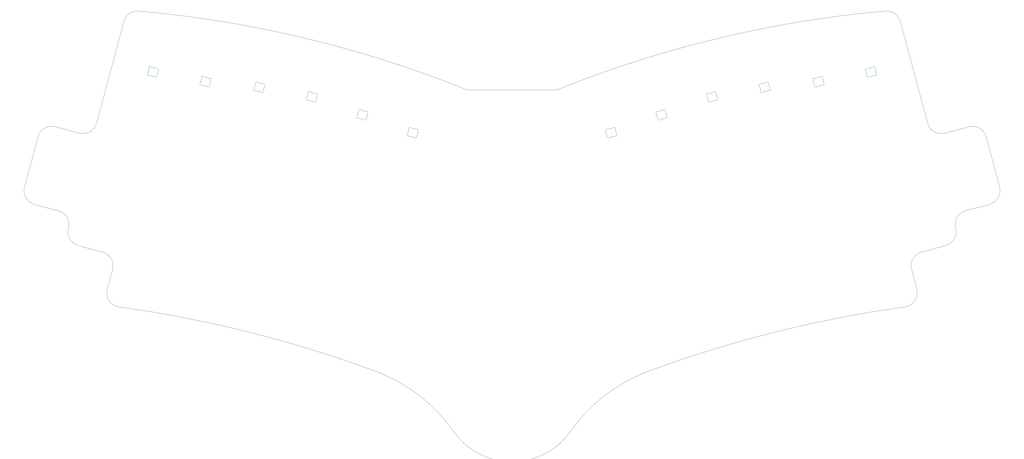
<source format=gm1>
G04 #@! TF.GenerationSoftware,KiCad,Pcbnew,8.0.2*
G04 #@! TF.CreationDate,2024-05-23T23:16:29+01:00*
G04 #@! TF.ProjectId,Phoenixia3,50686f65-6e69-4786-9961-332e6b696361,1*
G04 #@! TF.SameCoordinates,Original*
G04 #@! TF.FileFunction,Profile,NP*
%FSLAX46Y46*%
G04 Gerber Fmt 4.6, Leading zero omitted, Abs format (unit mm)*
G04 Created by KiCad (PCBNEW 8.0.2) date 2024-05-23 23:16:29*
%MOMM*%
%LPD*%
G01*
G04 APERTURE LIST*
G04 #@! TA.AperFunction,Profile*
%ADD10C,0.100000*%
G04 #@! TD*
G04 APERTURE END LIST*
D10*
X50539605Y-137391159D02*
G75*
G02*
X44317898Y-140983257I-4906865J1314739D01*
G01*
X44068443Y-181161741D02*
G75*
G02*
X40476333Y-174940041I1314857J4906941D01*
G01*
X369484334Y-166432110D02*
X361006090Y-168706031D01*
X28405996Y-166444412D02*
G75*
G02*
X24813937Y-160222712I1314704J4906812D01*
G01*
X150549106Y-226212153D02*
G75*
G02*
X178421468Y-248126007I-21253306J-55714647D01*
G01*
X58356770Y-203080284D02*
G75*
G02*
X150549106Y-226212153I-59770919J-433500457D01*
G01*
X332309434Y-97337586D02*
G75*
G02*
X337635709Y-101113679I386066J-5099914D01*
G01*
X353821887Y-181149439D02*
X345234810Y-183450345D01*
X357413988Y-174927741D02*
G75*
G02*
X361006091Y-168706033I4907012J1314741D01*
G01*
X65580896Y-97349888D02*
G75*
G02*
X182866778Y-125513219I-36115396J-408701712D01*
G01*
X341642698Y-189672043D02*
G75*
G02*
X345234808Y-183450338I4907002J1314743D01*
G01*
X36884240Y-168718333D02*
G75*
G02*
X40476321Y-174940037I-1314940J-4906967D01*
G01*
X215016777Y-125503219D02*
X182866778Y-125513219D01*
X343549165Y-196787057D02*
G75*
G02*
X339533570Y-203068041I-4876365J-1306543D01*
G01*
X52655520Y-183462647D02*
X44068443Y-181161741D01*
X373076430Y-160210400D02*
G75*
G02*
X369484350Y-166432170I-4906830J-1314900D01*
G01*
X247341224Y-226199851D02*
G75*
G02*
X339533559Y-203067976I151963276J-410368549D01*
G01*
X341642698Y-189672043D02*
X343549165Y-196787057D01*
X54341165Y-196799359D02*
X56247632Y-189684345D01*
X24813900Y-160222702D02*
X29616862Y-142305519D01*
X58356770Y-203080284D02*
G75*
G02*
X54341198Y-196799368I860730J4974384D01*
G01*
X50539605Y-137391159D02*
X60254627Y-101125983D01*
X52655520Y-183462647D02*
G75*
G02*
X56247602Y-189684337I-1314920J-4906953D01*
G01*
X357413988Y-174927741D02*
G75*
G02*
X353821891Y-181149453I-4906988J-1314759D01*
G01*
X337635703Y-101113681D02*
X347350725Y-137378857D01*
X362051769Y-138701116D02*
X353572432Y-140970954D01*
X36884240Y-168718333D02*
X28405996Y-166444412D01*
X44317898Y-140983256D02*
X35838561Y-138713418D01*
X219462076Y-248116002D02*
G75*
G02*
X247341228Y-226199862I49141024J-33821098D01*
G01*
X60254627Y-101125983D02*
G75*
G02*
X65580895Y-97349895I4940173J-1323777D01*
G01*
X353572432Y-140970954D02*
G75*
G02*
X347350726Y-137378857I-1314832J4906854D01*
G01*
X362051769Y-138701116D02*
G75*
G02*
X368273495Y-142293210I1314831J-4906884D01*
G01*
X29616862Y-142305519D02*
G75*
G02*
X35838562Y-138713413I4906888J-1314771D01*
G01*
X368273468Y-142293217D02*
X373076430Y-160210400D01*
X219462076Y-248116002D02*
G75*
G02*
X178421484Y-248125996I-20523976J15107872D01*
G01*
X215016777Y-125503219D02*
G75*
G02*
X332309435Y-97337592I153408823J-380545181D01*
G01*
X68859550Y-119344932D02*
X69223367Y-117987147D01*
X70304378Y-117451524D02*
X71839142Y-117862763D01*
X71062685Y-120760539D02*
X69527920Y-120349301D01*
X72507513Y-118867131D02*
X72143695Y-120224918D01*
X68859549Y-119344934D02*
G75*
G02*
X68755618Y-119541613I-482988J129424D01*
G01*
X69231700Y-117764852D02*
G75*
G02*
X70078391Y-117320264I491295J92888D01*
G01*
X69231701Y-117764851D02*
G75*
G02*
X69223368Y-117987147I-491286J-92887D01*
G01*
X69266581Y-120349983D02*
G75*
G02*
X68755619Y-119541614I-131931J482279D01*
G01*
X69266581Y-120349983D02*
G75*
G02*
X69527920Y-120349301I131929J-482331D01*
G01*
X70304378Y-117451524D02*
G75*
G02*
X70078392Y-117320263I129418J482977D01*
G01*
X71062685Y-120760542D02*
G75*
G02*
X71288671Y-120891802I-129451J-483036D01*
G01*
X72100481Y-117862080D02*
G75*
G02*
X71839142Y-117862763I-131930J482317D01*
G01*
X72100482Y-117862081D02*
G75*
G02*
X72611444Y-118670451I131932J-482279D01*
G01*
X72135362Y-120447213D02*
G75*
G02*
X71288671Y-120891802I-491295J-92889D01*
G01*
X72135362Y-120447213D02*
G75*
G02*
X72143695Y-120224918I490957J92899D01*
G01*
X72507512Y-118867130D02*
G75*
G02*
X72611444Y-118670451I482903J-129381D01*
G01*
X325689983Y-120240088D02*
X325326163Y-118882302D01*
X325994533Y-117877936D02*
X327529297Y-117466696D01*
X328305751Y-120364472D02*
X326770989Y-120775713D01*
X328610306Y-118002318D02*
X328974129Y-119360104D01*
X325222232Y-118685620D02*
G75*
G02*
X325326164Y-118882302I-379064J-326108D01*
G01*
X325222233Y-118685623D02*
G75*
G02*
X325733193Y-117877249I379033J326091D01*
G01*
X325689983Y-120240088D02*
G75*
G02*
X325698313Y-120462383I-482890J-129399D01*
G01*
X325994533Y-117877936D02*
G75*
G02*
X325733193Y-117877249I-129402J482915D01*
G01*
X326545004Y-120906973D02*
G75*
G02*
X325698314Y-120462383I-355395J351701D01*
G01*
X326545004Y-120906973D02*
G75*
G02*
X326770989Y-120775714I355390J-351698D01*
G01*
X327755282Y-117335435D02*
G75*
G02*
X328601974Y-117780022I355399J-351695D01*
G01*
X327755283Y-117335434D02*
G75*
G02*
X327529297Y-117466696I-355409J351721D01*
G01*
X328305755Y-120364470D02*
G75*
G02*
X328567097Y-120365154I129408J-482927D01*
G01*
X328610306Y-118002318D02*
G75*
G02*
X328601975Y-117780022I482869J129401D01*
G01*
X329078056Y-119556786D02*
G75*
G02*
X328567097Y-120365154I-379027J-326091D01*
G01*
X329078056Y-119556786D02*
G75*
G02*
X328974129Y-119360104I378597J325850D01*
G01*
X232905388Y-141956483D02*
X232541568Y-140598697D01*
X233209938Y-139594331D02*
X234744702Y-139183091D01*
X235521156Y-142080867D02*
X233986394Y-142492108D01*
X235825711Y-139718713D02*
X236189534Y-141076499D01*
X232437637Y-140402015D02*
G75*
G02*
X232541569Y-140598697I-379064J-326108D01*
G01*
X232437638Y-140402018D02*
G75*
G02*
X232948598Y-139593644I379033J326091D01*
G01*
X232905388Y-141956483D02*
G75*
G02*
X232913718Y-142178778I-482890J-129399D01*
G01*
X233209938Y-139594331D02*
G75*
G02*
X232948598Y-139593644I-129402J482915D01*
G01*
X233760409Y-142623368D02*
G75*
G02*
X232913719Y-142178778I-355395J351701D01*
G01*
X233760409Y-142623368D02*
G75*
G02*
X233986394Y-142492109I355390J-351698D01*
G01*
X234970687Y-139051830D02*
G75*
G02*
X235817379Y-139496417I355399J-351695D01*
G01*
X234970688Y-139051829D02*
G75*
G02*
X234744702Y-139183091I-355409J351721D01*
G01*
X235521160Y-142080865D02*
G75*
G02*
X235782502Y-142081549I129408J-482927D01*
G01*
X235825711Y-139718713D02*
G75*
G02*
X235817380Y-139496417I482869J129401D01*
G01*
X236293461Y-141273181D02*
G75*
G02*
X235782502Y-142081549I-379027J-326091D01*
G01*
X236293461Y-141273181D02*
G75*
G02*
X236189534Y-141076499I378597J325850D01*
G01*
X306897687Y-123734363D02*
X306533867Y-122376577D01*
X307202237Y-121372211D02*
X308737001Y-120960971D01*
X309513455Y-123858747D02*
X307978693Y-124269988D01*
X309818010Y-121496593D02*
X310181833Y-122854379D01*
X306429936Y-122179895D02*
G75*
G02*
X306533868Y-122376577I-379064J-326108D01*
G01*
X306429937Y-122179898D02*
G75*
G02*
X306940897Y-121371524I379033J326091D01*
G01*
X306897687Y-123734363D02*
G75*
G02*
X306906017Y-123956658I-482890J-129399D01*
G01*
X307202237Y-121372211D02*
G75*
G02*
X306940897Y-121371524I-129402J482915D01*
G01*
X307752708Y-124401248D02*
G75*
G02*
X306906018Y-123956658I-355395J351701D01*
G01*
X307752708Y-124401248D02*
G75*
G02*
X307978693Y-124269989I355390J-351698D01*
G01*
X308962986Y-120829710D02*
G75*
G02*
X309809678Y-121274297I355399J-351695D01*
G01*
X308962987Y-120829709D02*
G75*
G02*
X308737001Y-120960971I-355409J351721D01*
G01*
X309513459Y-123858745D02*
G75*
G02*
X309774801Y-123859429I129408J-482927D01*
G01*
X309818010Y-121496593D02*
G75*
G02*
X309809679Y-121274297I482869J129401D01*
G01*
X310285760Y-123051061D02*
G75*
G02*
X309774801Y-123859429I-379027J-326091D01*
G01*
X310285760Y-123051061D02*
G75*
G02*
X310181833Y-122854379I378597J325850D01*
G01*
X143649961Y-134662044D02*
X144013778Y-133304256D01*
X145094788Y-132768635D02*
X146629553Y-133179872D01*
X145853092Y-136077647D02*
X144318329Y-135666411D01*
X147297922Y-134184239D02*
X146934108Y-135542027D01*
X143649961Y-134662044D02*
G75*
G02*
X143546029Y-134858722I-482980J129426D01*
G01*
X144022111Y-133081962D02*
G75*
G02*
X144868803Y-132637370I491298J92887D01*
G01*
X144022112Y-133081960D02*
G75*
G02*
X144013778Y-133304256I-491286J-92886D01*
G01*
X144056990Y-135667093D02*
G75*
G02*
X143546028Y-134858721I-131932J482280D01*
G01*
X144056990Y-135667093D02*
G75*
G02*
X144318329Y-135666412I131928J-482302D01*
G01*
X145094788Y-132768635D02*
G75*
G02*
X144868803Y-132637370I129391J482918D01*
G01*
X145853095Y-136077649D02*
G75*
G02*
X146079083Y-136208911I-129388J-482930D01*
G01*
X146890890Y-133179190D02*
G75*
G02*
X147401854Y-133987560I131934J-482279D01*
G01*
X146890891Y-133179189D02*
G75*
G02*
X146629553Y-133179872I-131930J482317D01*
G01*
X146925771Y-135764323D02*
G75*
G02*
X146079083Y-136208911I-491293J-92889D01*
G01*
X146925771Y-135764323D02*
G75*
G02*
X146934109Y-135542027I490800J92896D01*
G01*
X147297922Y-134184239D02*
G75*
G02*
X147401854Y-133987560I482860J-129359D01*
G01*
X106838765Y-124811662D02*
X107202582Y-123453874D01*
X108283592Y-122918253D02*
X109818357Y-123329490D01*
X109041896Y-126227265D02*
X107507133Y-125816029D01*
X110486726Y-124333857D02*
X110122912Y-125691645D01*
X106838765Y-124811662D02*
G75*
G02*
X106734833Y-125008340I-482980J129426D01*
G01*
X107210915Y-123231580D02*
G75*
G02*
X108057607Y-122786988I491298J92887D01*
G01*
X107210916Y-123231578D02*
G75*
G02*
X107202582Y-123453874I-491286J-92886D01*
G01*
X107245794Y-125816711D02*
G75*
G02*
X106734832Y-125008339I-131932J482280D01*
G01*
X107245794Y-125816711D02*
G75*
G02*
X107507133Y-125816030I131928J-482302D01*
G01*
X108283592Y-122918253D02*
G75*
G02*
X108057607Y-122786988I129391J482918D01*
G01*
X109041899Y-126227267D02*
G75*
G02*
X109267887Y-126358529I-129388J-482930D01*
G01*
X110079694Y-123328808D02*
G75*
G02*
X110590658Y-124137178I131934J-482279D01*
G01*
X110079695Y-123328807D02*
G75*
G02*
X109818357Y-123329490I-131930J482317D01*
G01*
X110114575Y-125913941D02*
G75*
G02*
X109267887Y-126358529I-491293J-92889D01*
G01*
X110114575Y-125913941D02*
G75*
G02*
X110122913Y-125691645I490800J92896D01*
G01*
X110486726Y-124333857D02*
G75*
G02*
X110590658Y-124137178I482860J-129359D01*
G01*
X250911835Y-135553904D02*
X250548015Y-134196118D01*
X251216385Y-133191752D02*
X252751149Y-132780512D01*
X253527603Y-135678288D02*
X251992841Y-136089529D01*
X253832158Y-133316134D02*
X254195981Y-134673920D01*
X250444084Y-133999436D02*
G75*
G02*
X250548016Y-134196118I-379064J-326108D01*
G01*
X250444085Y-133999439D02*
G75*
G02*
X250955045Y-133191065I379033J326091D01*
G01*
X250911835Y-135553904D02*
G75*
G02*
X250920165Y-135776199I-482890J-129399D01*
G01*
X251216385Y-133191752D02*
G75*
G02*
X250955045Y-133191065I-129402J482915D01*
G01*
X251766856Y-136220789D02*
G75*
G02*
X250920166Y-135776199I-355395J351701D01*
G01*
X251766856Y-136220789D02*
G75*
G02*
X251992841Y-136089530I355390J-351698D01*
G01*
X252977134Y-132649251D02*
G75*
G02*
X253823826Y-133093838I355399J-351695D01*
G01*
X252977135Y-132649250D02*
G75*
G02*
X252751149Y-132780512I-355409J351721D01*
G01*
X253527607Y-135678286D02*
G75*
G02*
X253788949Y-135678970I129408J-482927D01*
G01*
X253832158Y-133316134D02*
G75*
G02*
X253823827Y-133093838I482869J129401D01*
G01*
X254299908Y-134870602D02*
G75*
G02*
X253788949Y-135678970I-379027J-326091D01*
G01*
X254299908Y-134870602D02*
G75*
G02*
X254195981Y-134673920I378597J325850D01*
G01*
X287713614Y-125692902D02*
X287349794Y-124335116D01*
X288018164Y-123330750D02*
X289552928Y-122919510D01*
X290329382Y-125817286D02*
X288794620Y-126228527D01*
X290633937Y-123455132D02*
X290997760Y-124812918D01*
X287245863Y-124138434D02*
G75*
G02*
X287349795Y-124335116I-379064J-326108D01*
G01*
X287245864Y-124138437D02*
G75*
G02*
X287756824Y-123330063I379033J326091D01*
G01*
X287713614Y-125692902D02*
G75*
G02*
X287721944Y-125915197I-482890J-129399D01*
G01*
X288018164Y-123330750D02*
G75*
G02*
X287756824Y-123330063I-129402J482915D01*
G01*
X288568635Y-126359787D02*
G75*
G02*
X287721945Y-125915197I-355395J351701D01*
G01*
X288568635Y-126359787D02*
G75*
G02*
X288794620Y-126228528I355390J-351698D01*
G01*
X289778913Y-122788249D02*
G75*
G02*
X290625605Y-123232836I355399J-351695D01*
G01*
X289778914Y-122788248D02*
G75*
G02*
X289552928Y-122919510I-355409J351721D01*
G01*
X290329386Y-125817284D02*
G75*
G02*
X290590728Y-125817968I129408J-482927D01*
G01*
X290633937Y-123455132D02*
G75*
G02*
X290625606Y-123232836I482869J129401D01*
G01*
X291101687Y-125009600D02*
G75*
G02*
X290590728Y-125817968I-379027J-326091D01*
G01*
X291101687Y-125009600D02*
G75*
G02*
X290997760Y-124812918I378597J325850D01*
G01*
X161656410Y-141064613D02*
X162020227Y-139706825D01*
X163101237Y-139171204D02*
X164636002Y-139582441D01*
X163859541Y-142480216D02*
X162324778Y-142068980D01*
X165304371Y-140586808D02*
X164940557Y-141944596D01*
X161656410Y-141064613D02*
G75*
G02*
X161552478Y-141261291I-482980J129426D01*
G01*
X162028560Y-139484531D02*
G75*
G02*
X162875252Y-139039939I491298J92887D01*
G01*
X162028561Y-139484529D02*
G75*
G02*
X162020227Y-139706825I-491286J-92886D01*
G01*
X162063439Y-142069662D02*
G75*
G02*
X161552477Y-141261290I-131932J482280D01*
G01*
X162063439Y-142069662D02*
G75*
G02*
X162324778Y-142068981I131928J-482302D01*
G01*
X163101237Y-139171204D02*
G75*
G02*
X162875252Y-139039939I129391J482918D01*
G01*
X163859544Y-142480218D02*
G75*
G02*
X164085532Y-142611480I-129388J-482930D01*
G01*
X164897339Y-139581759D02*
G75*
G02*
X165408303Y-140390129I131934J-482279D01*
G01*
X164897340Y-139581758D02*
G75*
G02*
X164636002Y-139582441I-131930J482317D01*
G01*
X164932220Y-142166892D02*
G75*
G02*
X164085532Y-142611480I-491293J-92889D01*
G01*
X164932220Y-142166892D02*
G75*
G02*
X164940558Y-141944596I490800J92896D01*
G01*
X165304371Y-140586808D02*
G75*
G02*
X165408303Y-140390129I482860J-129359D01*
G01*
X87649001Y-122825300D02*
X88012818Y-121467512D01*
X89093828Y-120931891D02*
X90628593Y-121343128D01*
X89852132Y-124240903D02*
X88317369Y-123829667D01*
X91296962Y-122347495D02*
X90933148Y-123705283D01*
X87649001Y-122825300D02*
G75*
G02*
X87545069Y-123021978I-482980J129426D01*
G01*
X88021151Y-121245218D02*
G75*
G02*
X88867843Y-120800626I491298J92887D01*
G01*
X88021152Y-121245216D02*
G75*
G02*
X88012818Y-121467512I-491286J-92886D01*
G01*
X88056030Y-123830349D02*
G75*
G02*
X87545068Y-123021977I-131932J482280D01*
G01*
X88056030Y-123830349D02*
G75*
G02*
X88317369Y-123829668I131928J-482302D01*
G01*
X89093828Y-120931891D02*
G75*
G02*
X88867843Y-120800626I129391J482918D01*
G01*
X89852135Y-124240905D02*
G75*
G02*
X90078123Y-124372167I-129388J-482930D01*
G01*
X90889930Y-121342446D02*
G75*
G02*
X91400894Y-122150816I131934J-482279D01*
G01*
X90889931Y-121342445D02*
G75*
G02*
X90628593Y-121343128I-131930J482317D01*
G01*
X90924811Y-123927579D02*
G75*
G02*
X90078123Y-124372167I-491293J-92889D01*
G01*
X90924811Y-123927579D02*
G75*
G02*
X90933149Y-123705283I490800J92896D01*
G01*
X91296962Y-122347495D02*
G75*
G02*
X91400894Y-122150816I482860J-129359D01*
G01*
X268915432Y-129165243D02*
X268551612Y-127807457D01*
X269219982Y-126803091D02*
X270754746Y-126391851D01*
X271531200Y-129289627D02*
X269996438Y-129700868D01*
X271835755Y-126927473D02*
X272199578Y-128285259D01*
X268447681Y-127610775D02*
G75*
G02*
X268551613Y-127807457I-379064J-326108D01*
G01*
X268447682Y-127610778D02*
G75*
G02*
X268958642Y-126802404I379033J326091D01*
G01*
X268915432Y-129165243D02*
G75*
G02*
X268923762Y-129387538I-482890J-129399D01*
G01*
X269219982Y-126803091D02*
G75*
G02*
X268958642Y-126802404I-129402J482915D01*
G01*
X269770453Y-129832128D02*
G75*
G02*
X268923763Y-129387538I-355395J351701D01*
G01*
X269770453Y-129832128D02*
G75*
G02*
X269996438Y-129700869I355390J-351698D01*
G01*
X270980731Y-126260590D02*
G75*
G02*
X271827423Y-126705177I355399J-351695D01*
G01*
X270980732Y-126260589D02*
G75*
G02*
X270754746Y-126391851I-355409J351721D01*
G01*
X271531204Y-129289625D02*
G75*
G02*
X271792546Y-129290309I129408J-482927D01*
G01*
X271835755Y-126927473D02*
G75*
G02*
X271827424Y-126705177I482869J129401D01*
G01*
X272303505Y-128481941D02*
G75*
G02*
X271792546Y-129290309I-379027J-326091D01*
G01*
X272303505Y-128481941D02*
G75*
G02*
X272199578Y-128285259I378597J325850D01*
G01*
X125634101Y-128270090D02*
X125997918Y-126912302D01*
X127078928Y-126376681D02*
X128613693Y-126787918D01*
X127837232Y-129685693D02*
X126302469Y-129274457D01*
X129282062Y-127792285D02*
X128918248Y-129150073D01*
X125634101Y-128270090D02*
G75*
G02*
X125530169Y-128466768I-482980J129426D01*
G01*
X126006251Y-126690008D02*
G75*
G02*
X126852943Y-126245416I491298J92887D01*
G01*
X126006252Y-126690006D02*
G75*
G02*
X125997918Y-126912302I-491286J-92886D01*
G01*
X126041130Y-129275139D02*
G75*
G02*
X125530168Y-128466767I-131932J482280D01*
G01*
X126041130Y-129275139D02*
G75*
G02*
X126302469Y-129274458I131928J-482302D01*
G01*
X127078928Y-126376681D02*
G75*
G02*
X126852943Y-126245416I129391J482918D01*
G01*
X127837235Y-129685695D02*
G75*
G02*
X128063223Y-129816957I-129388J-482930D01*
G01*
X128875030Y-126787236D02*
G75*
G02*
X129385994Y-127595606I131934J-482279D01*
G01*
X128875031Y-126787235D02*
G75*
G02*
X128613693Y-126787918I-131930J482317D01*
G01*
X128909911Y-129372369D02*
G75*
G02*
X128063223Y-129816957I-491293J-92889D01*
G01*
X128909911Y-129372369D02*
G75*
G02*
X128918249Y-129150073I490800J92896D01*
G01*
X129282062Y-127792285D02*
G75*
G02*
X129385994Y-127595606I482860J-129359D01*
G01*
M02*

</source>
